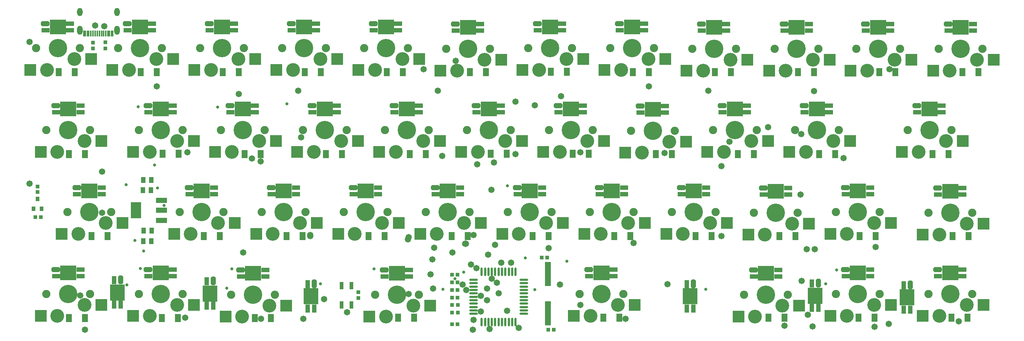
<source format=gbs>
G04*
G04 #@! TF.GenerationSoftware,Altium Limited,Altium Designer,23.0.1 (38)*
G04*
G04 Layer_Color=16711935*
%FSLAX44Y44*%
%MOMM*%
G71*
G04*
G04 #@! TF.SameCoordinates,415B9E50-699A-4425-B3A7-CA41C988AD1A*
G04*
G04*
G04 #@! TF.FilePolarity,Negative*
G04*
G01*
G75*
%ADD12R,3.4032X3.8032*%
%ADD13O,1.3016X2.1016*%
%ADD14O,1.3016X1.9016*%
%ADD15C,3.2032*%
%ADD16C,1.9050*%
%ADD17C,4.2672*%
%ADD18R,3.8032X3.4032*%
%ADD19C,0.7032*%
%ADD20C,1.4732*%
%ADD47R,0.9016X1.1016*%
%ADD48R,0.9652X0.9652*%
%ADD49R,0.9652X0.9652*%
%ADD50R,2.6016X1.2016*%
%ADD51R,2.4416X3.7016*%
%ADD52R,1.0922X1.4732*%
%ADD53R,1.4016X5.6016*%
%ADD54R,0.9032X1.7032*%
%ADD55R,1.3208X1.9050*%
%ADD56R,1.1032X1.9032*%
G04:AMPARAMS|DCode=57|XSize=2.0032mm|YSize=1.1032mm|CornerRadius=0mm|HoleSize=0mm|Usage=FLASHONLY|Rotation=270.000|XOffset=0mm|YOffset=0mm|HoleType=Round|Shape=Octagon|*
%AMOCTAGOND57*
4,1,8,-0.2758,-1.0016,0.2758,-1.0016,0.5516,-0.7258,0.5516,0.7258,0.2758,1.0016,-0.2758,1.0016,-0.5516,0.7258,-0.5516,-0.7258,-0.2758,-1.0016,0.0*
%
%ADD57OCTAGOND57*%

%ADD58O,1.9969X0.5425*%
%ADD59O,0.5425X1.9969*%
%ADD60R,0.4016X1.4016*%
%ADD61R,1.9032X1.1032*%
G04:AMPARAMS|DCode=62|XSize=2.0032mm|YSize=1.1032mm|CornerRadius=0mm|HoleSize=0mm|Usage=FLASHONLY|Rotation=0.000|XOffset=0mm|YOffset=0mm|HoleType=Round|Shape=Octagon|*
%AMOCTAGOND62*
4,1,8,1.0016,-0.2758,1.0016,0.2758,0.7258,0.5516,-0.7258,0.5516,-1.0016,0.2758,-1.0016,-0.2758,-0.7258,-0.5516,0.7258,-0.5516,1.0016,-0.2758,0.0*
%
%ADD62OCTAGOND62*%

%ADD63R,2.7532X2.7032*%
D12*
X980440Y447040D02*
D03*
X745529Y453390D02*
D03*
X530899Y455930D02*
D03*
X2364779Y444500D02*
D03*
X2151419Y448310D02*
D03*
X1860550Y447040D02*
D03*
D13*
X443088Y1065441D02*
D03*
X529590D02*
D03*
D14*
Y1107440D02*
D03*
X443088D02*
D03*
D15*
X2439670Y401320D02*
D03*
X2503170Y426720D02*
D03*
X2225040Y401320D02*
D03*
X2288540Y426720D02*
D03*
X2011680Y400050D02*
D03*
X2075180Y425450D02*
D03*
X1629410Y401320D02*
D03*
X1692910Y426720D02*
D03*
X1154430Y400050D02*
D03*
X1217930Y425450D02*
D03*
X820420Y400050D02*
D03*
X883920Y425450D02*
D03*
X2439670Y590550D02*
D03*
X2503170Y615950D02*
D03*
X2225040Y591820D02*
D03*
X2288540Y617220D02*
D03*
X605790Y401320D02*
D03*
X669290Y426720D02*
D03*
X391160Y401320D02*
D03*
X454660Y426720D02*
D03*
X440130Y591700D02*
D03*
X503630Y617100D02*
D03*
X2391410Y782320D02*
D03*
X2454910Y807720D02*
D03*
X2129790Y782320D02*
D03*
X2193290Y807720D02*
D03*
X1939290Y782320D02*
D03*
X2002790Y807720D02*
D03*
X1748790Y781050D02*
D03*
X1812290Y806450D02*
D03*
X1558290Y782320D02*
D03*
X1621790Y807720D02*
D03*
X1367790Y782320D02*
D03*
X1431290Y807720D02*
D03*
X1177290Y782320D02*
D03*
X1240790Y807720D02*
D03*
X986790Y782320D02*
D03*
X1050290Y807720D02*
D03*
X796290Y782320D02*
D03*
X859790Y807720D02*
D03*
X605790Y782320D02*
D03*
X669290Y807720D02*
D03*
X391160Y782320D02*
D03*
X454660Y807720D02*
D03*
X748030Y972820D02*
D03*
X811530Y998220D02*
D03*
X2463800Y971550D02*
D03*
X2527300Y996950D02*
D03*
X2272030Y971550D02*
D03*
X2335530Y996950D02*
D03*
X2082800Y971550D02*
D03*
X2146300Y996950D02*
D03*
X1891030Y971550D02*
D03*
X1954530Y996950D02*
D03*
X1700530Y972820D02*
D03*
X1764030Y998220D02*
D03*
X1510030Y972820D02*
D03*
X1573530Y998220D02*
D03*
X1319530Y971550D02*
D03*
X1383030Y996950D02*
D03*
X1129030Y972820D02*
D03*
X1192530Y998220D02*
D03*
X938530Y972820D02*
D03*
X1002030Y998220D02*
D03*
X2034540Y590550D02*
D03*
X2098040Y615950D02*
D03*
X1844040Y591820D02*
D03*
X1907540Y617220D02*
D03*
X1653540Y591820D02*
D03*
X1717040Y617220D02*
D03*
X1463040Y591820D02*
D03*
X1526540Y617220D02*
D03*
X1272540Y591820D02*
D03*
X1336040Y617220D02*
D03*
X1082040Y591820D02*
D03*
X1145540Y617220D02*
D03*
X891540Y591820D02*
D03*
X955040Y617220D02*
D03*
X701040Y591820D02*
D03*
X764540Y617220D02*
D03*
X557530Y972820D02*
D03*
X621030Y998220D02*
D03*
X367030Y972820D02*
D03*
X430530Y998220D02*
D03*
D16*
X2414270Y452120D02*
D03*
X2515870D02*
D03*
X2199640D02*
D03*
X2301240D02*
D03*
X1986280Y450850D02*
D03*
X2087880D02*
D03*
X1604010Y452120D02*
D03*
X1705610D02*
D03*
X1129030Y450850D02*
D03*
X1230630D02*
D03*
X795020D02*
D03*
X896620D02*
D03*
X2414270Y641350D02*
D03*
X2515870D02*
D03*
X2199640Y642620D02*
D03*
X2301240D02*
D03*
X580390Y452120D02*
D03*
X681990D02*
D03*
X365760D02*
D03*
X467360D02*
D03*
X414730Y642500D02*
D03*
X516330D02*
D03*
X2366010Y833120D02*
D03*
X2467610D02*
D03*
X2104390D02*
D03*
X2205990D02*
D03*
X1913890D02*
D03*
X2015490D02*
D03*
X1723390Y831850D02*
D03*
X1824990D02*
D03*
X1532890Y833120D02*
D03*
X1634490D02*
D03*
X1342390D02*
D03*
X1443990D02*
D03*
X1151890D02*
D03*
X1253490D02*
D03*
X961390D02*
D03*
X1062990D02*
D03*
X770890D02*
D03*
X872490D02*
D03*
X580390D02*
D03*
X681990D02*
D03*
X365760D02*
D03*
X467360D02*
D03*
X722630Y1023620D02*
D03*
X824230D02*
D03*
X2438400Y1022350D02*
D03*
X2540000D02*
D03*
X2246630D02*
D03*
X2348230D02*
D03*
X2057400D02*
D03*
X2159000D02*
D03*
X1865630D02*
D03*
X1967230D02*
D03*
X1675130Y1023620D02*
D03*
X1776730D02*
D03*
X1484630D02*
D03*
X1586230D02*
D03*
X1294130Y1022350D02*
D03*
X1395730D02*
D03*
X1103630Y1023620D02*
D03*
X1205230D02*
D03*
X913130D02*
D03*
X1014730D02*
D03*
X2009140Y641350D02*
D03*
X2110740D02*
D03*
X1818640Y642620D02*
D03*
X1920240D02*
D03*
X1628140D02*
D03*
X1729740D02*
D03*
X1437640D02*
D03*
X1539240D02*
D03*
X1247140D02*
D03*
X1348740D02*
D03*
X1056640D02*
D03*
X1158240D02*
D03*
X866140D02*
D03*
X967740D02*
D03*
X675640D02*
D03*
X777240D02*
D03*
X532130Y1023620D02*
D03*
X633730D02*
D03*
X341630D02*
D03*
X443230D02*
D03*
D17*
X2465070Y452120D02*
D03*
X2250440D02*
D03*
X2037080Y450850D02*
D03*
X1654810Y452120D02*
D03*
X1179830Y450850D02*
D03*
X845820D02*
D03*
X2465070Y641350D02*
D03*
X2250440Y642620D02*
D03*
X631190Y452120D02*
D03*
X416560D02*
D03*
X465530Y642500D02*
D03*
X2416810Y833120D02*
D03*
X2155190D02*
D03*
X1964690D02*
D03*
X1774190Y831850D02*
D03*
X1583690Y833120D02*
D03*
X1393190D02*
D03*
X1202690D02*
D03*
X1012190D02*
D03*
X821690D02*
D03*
X631190D02*
D03*
X416560D02*
D03*
X773430Y1023620D02*
D03*
X2489200Y1022350D02*
D03*
X2297430D02*
D03*
X2108200D02*
D03*
X1916430D02*
D03*
X1725930Y1023620D02*
D03*
X1535430D02*
D03*
X1344930Y1022350D02*
D03*
X1154430Y1023620D02*
D03*
X963930D02*
D03*
X2059940Y641350D02*
D03*
X1869440Y642620D02*
D03*
X1678940D02*
D03*
X1488440D02*
D03*
X1297940D02*
D03*
X1107440D02*
D03*
X916940D02*
D03*
X726440D02*
D03*
X582930Y1023620D02*
D03*
X392430D02*
D03*
D18*
X2465070Y501650D02*
D03*
X2250440D02*
D03*
X2037080Y500380D02*
D03*
X1654810Y501650D02*
D03*
X1179830Y500380D02*
D03*
X845820D02*
D03*
X2465070Y690880D02*
D03*
X2250440Y692150D02*
D03*
X631190Y501650D02*
D03*
X416560D02*
D03*
X465530Y692030D02*
D03*
X2416810Y882650D02*
D03*
X2155190D02*
D03*
X1964690D02*
D03*
X1774190Y881380D02*
D03*
X1583690Y882650D02*
D03*
X1393190D02*
D03*
X1202690D02*
D03*
X1012190D02*
D03*
X821690D02*
D03*
X631190D02*
D03*
X416560D02*
D03*
X773430Y1073150D02*
D03*
X2489200Y1071880D02*
D03*
X2297430D02*
D03*
X2108200D02*
D03*
X1916430D02*
D03*
X1725930Y1073150D02*
D03*
X1535430D02*
D03*
X1344930Y1071880D02*
D03*
X1154430Y1073150D02*
D03*
X963930D02*
D03*
X2059940Y690880D02*
D03*
X1869440Y692150D02*
D03*
X1678940D02*
D03*
X1488440D02*
D03*
X1297940D02*
D03*
X1107440D02*
D03*
X916940D02*
D03*
X726440D02*
D03*
X582930Y1073150D02*
D03*
X392430D02*
D03*
D19*
X924560Y894080D02*
D03*
X2175510Y476250D02*
D03*
X2200910Y508000D02*
D03*
X1897380Y463550D02*
D03*
X1574800Y528320D02*
D03*
X1436370Y703580D02*
D03*
X1499870Y462280D02*
D03*
X1478280Y535940D02*
D03*
X763270Y886460D02*
D03*
X436530Y699530D02*
D03*
X387560Y890150D02*
D03*
X579120Y887730D02*
D03*
X551180Y706120D02*
D03*
X617220Y751840D02*
D03*
X638810Y657860D02*
D03*
X623570Y698500D02*
D03*
X571500Y576580D02*
D03*
X552450Y473710D02*
D03*
X584200Y511810D02*
D03*
X591820Y552450D02*
D03*
X784860Y466090D02*
D03*
X796290Y510540D02*
D03*
X1002030Y476250D02*
D03*
X1126490Y510540D02*
D03*
X1286510Y463550D02*
D03*
X1314450Y487680D02*
D03*
X1334770Y502920D02*
D03*
D20*
X1064260Y410210D02*
D03*
X1010920Y440690D02*
D03*
X1308608Y548386D02*
D03*
X1257808Y497586D02*
D03*
X1444752Y525272D02*
D03*
X1807972Y475488D02*
D03*
X326390Y708508D02*
D03*
Y1038472D02*
D03*
X1316482Y993902D02*
D03*
X1242060Y974852D02*
D03*
X2041906Y839978D02*
D03*
X1951990Y806450D02*
D03*
X1264158Y464566D02*
D03*
X687832Y397510D02*
D03*
X1422146Y525272D02*
D03*
X1407922Y566865D02*
D03*
X864616Y394462D02*
D03*
X822960Y548640D02*
D03*
X863092Y760222D02*
D03*
X843026Y767334D02*
D03*
X812292Y917448D02*
D03*
X962152Y394716D02*
D03*
X978662Y586740D02*
D03*
Y589788D02*
D03*
X950468Y925068D02*
D03*
X1275080D02*
D03*
X1454912Y776986D02*
D03*
Y899160D02*
D03*
X1339881Y569468D02*
D03*
X1340850Y461518D02*
D03*
X1389126Y465328D02*
D03*
X1558544Y473964D02*
D03*
X1606042Y426466D02*
D03*
X1902968Y925068D02*
D03*
X2150110Y556514D02*
D03*
X2131822D02*
D03*
X2145030Y376936D02*
D03*
X1399794Y487680D02*
D03*
X2289302Y375666D02*
D03*
X2291842Y561594D02*
D03*
X2323846Y974598D02*
D03*
X2484374Y388620D02*
D03*
X1416558Y453644D02*
D03*
X2117090Y683380D02*
D03*
X2120138Y483108D02*
D03*
X2119122Y823976D02*
D03*
X2133854Y404114D02*
D03*
X1389250Y437896D02*
D03*
X1463040Y373634D02*
D03*
X1435608Y413258D02*
D03*
X478838Y1075896D02*
D03*
X2079752Y378968D02*
D03*
X1411883Y478837D02*
D03*
X1352042Y520446D02*
D03*
X455422Y369316D02*
D03*
X1374394Y448310D02*
D03*
X1391666Y543560D02*
D03*
X1394714Y370586D02*
D03*
X1500124Y890778D02*
D03*
X1374648Y411480D02*
D03*
X499872Y1074420D02*
D03*
X1405382Y758190D02*
D03*
X1358138Y391922D02*
D03*
X1399286Y694690D02*
D03*
X1364742Y512064D02*
D03*
X1358138Y589026D02*
D03*
X1356106Y369316D02*
D03*
X1266190Y559816D02*
D03*
X1262126Y532384D02*
D03*
X1338072Y569468D02*
D03*
X1366520Y753618D02*
D03*
X1207516Y451866D02*
D03*
X1205484Y579374D02*
D03*
X1532382Y559054D02*
D03*
X1561084Y912368D02*
D03*
X494792Y640842D02*
D03*
X444246Y449072D02*
D03*
X494792Y736600D02*
D03*
X1605534Y781558D02*
D03*
X1285240Y773430D02*
D03*
X1801876Y780288D02*
D03*
X1207516Y584454D02*
D03*
X1332230Y474218D02*
D03*
X1933194Y749300D02*
D03*
Y586740D02*
D03*
X1764792Y934720D02*
D03*
X957072Y816610D02*
D03*
X1729232Y570484D02*
D03*
X1710944Y394462D02*
D03*
X2216912Y768096D02*
D03*
X2148332Y924052D02*
D03*
X692912Y781812D02*
D03*
X621792Y934974D02*
D03*
X2322576Y383032D02*
D03*
D47*
X335940Y650170D02*
D03*
X345439Y673170D02*
D03*
X354940Y650170D02*
D03*
D48*
X345439Y689459D02*
D03*
Y702459D02*
D03*
X1089937Y456230D02*
D03*
Y443230D02*
D03*
X473710Y1036828D02*
D03*
X473726Y1022985D02*
D03*
X502920Y1023112D02*
D03*
X502904Y1036955D02*
D03*
D49*
X340209Y631084D02*
D03*
X353209D02*
D03*
X1529080Y537210D02*
D03*
X1516080D02*
D03*
X1531471Y369569D02*
D03*
X1544471D02*
D03*
X1320949Y461664D02*
D03*
X1307949D02*
D03*
X1320949Y444090D02*
D03*
X1307949D02*
D03*
X1321100Y426515D02*
D03*
X1308100D02*
D03*
X1320949Y382271D02*
D03*
X1307949D02*
D03*
X1321100Y408940D02*
D03*
X1308100D02*
D03*
X1320949Y496813D02*
D03*
X1307949D02*
D03*
X1320949Y479239D02*
D03*
X1307949D02*
D03*
D50*
X632950Y669692D02*
D03*
Y646693D02*
D03*
Y623693D02*
D03*
D51*
X573550Y646693D02*
D03*
D52*
X590550Y575310D02*
D03*
X609550D02*
D03*
X591209Y599441D02*
D03*
X610209D02*
D03*
X609550Y717550D02*
D03*
X590550D02*
D03*
X608941Y693419D02*
D03*
X589941D02*
D03*
D53*
X1530350Y498695D02*
D03*
Y407636D02*
D03*
D54*
X1074240Y427080D02*
D03*
Y472080D02*
D03*
X1051740Y427080D02*
D03*
Y472080D02*
D03*
D55*
X1873758Y586740D02*
D03*
X1910842D02*
D03*
X1684528D02*
D03*
X1721612D02*
D03*
X1495298D02*
D03*
X1532382D02*
D03*
X2470658D02*
D03*
X2507742D02*
D03*
X2042668Y397510D02*
D03*
X2079752D02*
D03*
X1659128D02*
D03*
X1696212D02*
D03*
X1182878D02*
D03*
X1219962D02*
D03*
X850138Y396240D02*
D03*
X887222D02*
D03*
X634238D02*
D03*
X671322D02*
D03*
X2468118Y397510D02*
D03*
X2505202D02*
D03*
X418338Y396240D02*
D03*
X455422D02*
D03*
X2252218Y397510D02*
D03*
X2289302D02*
D03*
X923798Y586740D02*
D03*
X960882D02*
D03*
X1114298D02*
D03*
X1151382D02*
D03*
X731266D02*
D03*
X768350D02*
D03*
X470408D02*
D03*
X507492D02*
D03*
X2254758D02*
D03*
X2291842D02*
D03*
X2068068D02*
D03*
X2105152D02*
D03*
X1307338D02*
D03*
X1344422D02*
D03*
X1588008Y778510D02*
D03*
X1625092D02*
D03*
X1209548Y777240D02*
D03*
X1246632D02*
D03*
X1015238D02*
D03*
X1052322D02*
D03*
X826008D02*
D03*
X863092D02*
D03*
X635508Y778510D02*
D03*
X672592D02*
D03*
X418338Y777240D02*
D03*
X455422D02*
D03*
X2423668D02*
D03*
X2460752D02*
D03*
X2160778D02*
D03*
X2197862D02*
D03*
X1971548D02*
D03*
X2008632D02*
D03*
X1397508Y778510D02*
D03*
X1434592D02*
D03*
X1781048Y777240D02*
D03*
X1818132D02*
D03*
X1918208Y967740D02*
D03*
X1955292D02*
D03*
X2111248D02*
D03*
X2148332D02*
D03*
X2300478D02*
D03*
X2337562D02*
D03*
X2493518D02*
D03*
X2530602D02*
D03*
X775208D02*
D03*
X812292D02*
D03*
X1727708D02*
D03*
X1764792D02*
D03*
X584708D02*
D03*
X621792D02*
D03*
X1537208Y969010D02*
D03*
X1574292D02*
D03*
X1156208Y967740D02*
D03*
X1193292D02*
D03*
X1349248D02*
D03*
X1386332D02*
D03*
X965708D02*
D03*
X1002792D02*
D03*
X394208D02*
D03*
X431292D02*
D03*
D56*
X987940Y418540D02*
D03*
X972940D02*
D03*
Y475540D02*
D03*
X753029Y424890D02*
D03*
X738028D02*
D03*
Y481890D02*
D03*
X538399Y427430D02*
D03*
X523399D02*
D03*
Y484430D02*
D03*
X2372279Y416000D02*
D03*
X2357278D02*
D03*
Y473000D02*
D03*
X2158919Y419810D02*
D03*
X2143918D02*
D03*
Y476810D02*
D03*
X1868050Y418540D02*
D03*
X1853050D02*
D03*
Y475540D02*
D03*
D57*
X987940Y476040D02*
D03*
X753029Y482390D02*
D03*
X538399Y484930D02*
D03*
X2372279Y473500D02*
D03*
X2158919Y477310D02*
D03*
X1868050Y476040D02*
D03*
D58*
X1474564Y422148D02*
D03*
X1357536Y430022D02*
D03*
X1474564Y477266D02*
D03*
Y414274D02*
D03*
X1357536Y406400D02*
D03*
Y453644D02*
D03*
Y461518D02*
D03*
Y469392D02*
D03*
Y477266D02*
D03*
Y485140D02*
D03*
X1474564Y430022D02*
D03*
Y437896D02*
D03*
Y445770D02*
D03*
Y453644D02*
D03*
Y461518D02*
D03*
Y469392D02*
D03*
X1357536Y414274D02*
D03*
Y422148D02*
D03*
X1474564Y485140D02*
D03*
Y406400D02*
D03*
X1357536Y445770D02*
D03*
Y437896D02*
D03*
D59*
X1431798Y387256D02*
D03*
X1439672D02*
D03*
Y504284D02*
D03*
X1423924Y387256D02*
D03*
X1376680Y504284D02*
D03*
X1400302Y387256D02*
D03*
X1392428D02*
D03*
X1384554D02*
D03*
X1376680D02*
D03*
X1416050Y504284D02*
D03*
X1423924D02*
D03*
X1431798D02*
D03*
X1392428D02*
D03*
X1400302D02*
D03*
X1408176D02*
D03*
X1447546D02*
D03*
X1455420D02*
D03*
Y387256D02*
D03*
X1416050D02*
D03*
X1447546D02*
D03*
X1408176D02*
D03*
X1384554Y504284D02*
D03*
D60*
X483839Y1057758D02*
D03*
X493839D02*
D03*
X488838D02*
D03*
X478838D02*
D03*
X452839D02*
D03*
X519839D02*
D03*
X516839D02*
D03*
X455839D02*
D03*
X473839D02*
D03*
X503839D02*
D03*
X460840D02*
D03*
X511841D02*
D03*
X508838D02*
D03*
X463840D02*
D03*
X468838D02*
D03*
X498836D02*
D03*
D61*
X388060Y875150D02*
D03*
X2517700Y1079380D02*
D03*
X2445310Y890150D02*
D03*
X437030Y684530D02*
D03*
X1459940Y684650D02*
D03*
X1326440Y699650D02*
D03*
X2436570Y683380D02*
D03*
X2278940Y699650D02*
D03*
X388060Y494150D02*
D03*
X2493570Y698380D02*
D03*
X2221940Y494150D02*
D03*
X2065580Y507880D02*
D03*
X2493570Y509150D02*
D03*
X363930Y1065650D02*
D03*
X2088440Y698380D02*
D03*
X2221940Y684650D02*
D03*
X2031440Y683380D02*
D03*
X1897940Y699650D02*
D03*
X659690Y890150D02*
D03*
X793190Y875150D02*
D03*
X602690D02*
D03*
X445060Y890150D02*
D03*
X874320Y507880D02*
D03*
X1151330Y492880D02*
D03*
X817320D02*
D03*
X659690Y509150D02*
D03*
X1516940Y699650D02*
D03*
X1650440Y684650D02*
D03*
X1135940Y699650D02*
D03*
X1269440Y684650D02*
D03*
X1078940D02*
D03*
X945440Y699650D02*
D03*
X445060Y509150D02*
D03*
X602690Y494150D02*
D03*
X1040690Y890150D02*
D03*
X1174190Y875150D02*
D03*
X983690D02*
D03*
X850190Y890150D02*
D03*
X2278940Y509150D02*
D03*
X2436570Y494150D02*
D03*
X992430Y1080650D02*
D03*
X1125930Y1065650D02*
D03*
X935430D02*
D03*
X801930Y1080650D02*
D03*
X2388310Y875150D02*
D03*
X2183690Y890150D02*
D03*
X420930Y1080650D02*
D03*
X554430Y1065650D02*
D03*
X1231190Y890150D02*
D03*
X1364690Y875150D02*
D03*
X1421690Y890150D02*
D03*
X1555190Y875150D02*
D03*
X1612190Y890150D02*
D03*
X1745690Y873880D02*
D03*
X1944930Y1079380D02*
D03*
X2079700Y1064380D02*
D03*
X1887930D02*
D03*
X1754430Y1080650D02*
D03*
X1802690Y888880D02*
D03*
X1936190Y875150D02*
D03*
X1993190Y890150D02*
D03*
X2126690Y875150D02*
D03*
X2008580Y492880D02*
D03*
X1683310Y509150D02*
D03*
X1840940Y684650D02*
D03*
X1707440Y699650D02*
D03*
X2136700Y1079380D02*
D03*
X2268930Y1064380D02*
D03*
X2325930Y1079380D02*
D03*
X2460700Y1064380D02*
D03*
X611430Y1080650D02*
D03*
X744930Y1065650D02*
D03*
X1182930Y1080650D02*
D03*
X1316430Y1064380D02*
D03*
X494030Y699530D02*
D03*
X697940Y684650D02*
D03*
X1208330Y507880D02*
D03*
X1626310Y494150D02*
D03*
X1373430Y1079380D02*
D03*
X1506930Y1065650D02*
D03*
X1697430D02*
D03*
X1563930Y1080650D02*
D03*
X888440Y684650D02*
D03*
X754940Y699650D02*
D03*
X2088440Y683380D02*
D03*
X659690Y875150D02*
D03*
X874320Y492880D02*
D03*
X1516940Y684650D02*
D03*
X1135940D02*
D03*
X445060Y875150D02*
D03*
Y494150D02*
D03*
X1040690Y875150D02*
D03*
X2278940Y494150D02*
D03*
X992430Y1065650D02*
D03*
X2445310Y875150D02*
D03*
X420930Y1065650D02*
D03*
X1231190Y875150D02*
D03*
X1421690D02*
D03*
X1612190D02*
D03*
X1944930Y1064380D02*
D03*
X1802690Y873880D02*
D03*
X1993190Y875150D02*
D03*
X2183690D02*
D03*
X2065580Y492880D02*
D03*
X1897940Y684650D02*
D03*
X1707440D02*
D03*
X2136700Y1064380D02*
D03*
X2325930D02*
D03*
X611430Y1065650D02*
D03*
X1182930D02*
D03*
X2493570Y494150D02*
D03*
X850190Y875150D02*
D03*
X494030Y684530D02*
D03*
X2493570Y683380D02*
D03*
X1208330Y492880D02*
D03*
X1683310Y494150D02*
D03*
X1373430Y1064380D02*
D03*
X1754430Y1065650D02*
D03*
X2278940Y684650D02*
D03*
X1326440D02*
D03*
X801930Y1065650D02*
D03*
X659690Y494150D02*
D03*
X945440Y684650D02*
D03*
X1563930Y1065650D02*
D03*
X754940Y684650D02*
D03*
X2517700Y1064380D02*
D03*
D62*
X2030940Y698380D02*
D03*
X602190Y890150D02*
D03*
X816820Y507880D02*
D03*
X1459440Y699650D02*
D03*
X1078440D02*
D03*
X387560Y890150D02*
D03*
Y509150D02*
D03*
X983190Y890150D02*
D03*
X2221440Y509150D02*
D03*
X934930Y1080650D02*
D03*
X2387810Y890150D02*
D03*
X363430Y1080650D02*
D03*
X1173690Y890150D02*
D03*
X1364190D02*
D03*
X1554690D02*
D03*
X1887430Y1079380D02*
D03*
X1745190Y888880D02*
D03*
X1935690Y890150D02*
D03*
X2126190D02*
D03*
X2008080Y507880D02*
D03*
X1840440Y699650D02*
D03*
X1649940D02*
D03*
X2079200Y1079380D02*
D03*
X2268430D02*
D03*
X553930Y1080650D02*
D03*
X1125430D02*
D03*
X2436070Y509150D02*
D03*
X792690Y890150D02*
D03*
X436530Y699530D02*
D03*
X2436070Y698380D02*
D03*
X1150830Y507880D02*
D03*
X1625810Y509150D02*
D03*
X1315930Y1079380D02*
D03*
X1696930Y1080650D02*
D03*
X2221440Y699650D02*
D03*
X1268940D02*
D03*
X744430Y1080650D02*
D03*
X602190Y509150D02*
D03*
X887940Y699650D02*
D03*
X1506430Y1080650D02*
D03*
X697440Y699650D02*
D03*
X2460200Y1079380D02*
D03*
D63*
X1040930Y998220D02*
D03*
X469430D02*
D03*
X1993430Y996950D02*
D03*
X2185200D02*
D03*
X2374430D02*
D03*
X659930Y998220D02*
D03*
X1231430D02*
D03*
X1421930Y996950D02*
D03*
X1802930Y998220D02*
D03*
X850430D02*
D03*
X1612430D02*
D03*
X2566200Y996950D02*
D03*
X708190Y807720D02*
D03*
X493560D02*
D03*
X1089190D02*
D03*
X2493810D02*
D03*
X1279690D02*
D03*
X1470190D02*
D03*
X1660690D02*
D03*
X1851190Y806450D02*
D03*
X2041690Y807720D02*
D03*
X2232190D02*
D03*
X898690D02*
D03*
X2136940Y615950D02*
D03*
X1565440Y617220D02*
D03*
X1184440D02*
D03*
X1946440D02*
D03*
X1755940D02*
D03*
X542530Y617100D02*
D03*
X2542070Y615950D02*
D03*
X2327440Y617220D02*
D03*
X1374940D02*
D03*
X993940D02*
D03*
X803440D02*
D03*
X922820Y425450D02*
D03*
X493560Y426720D02*
D03*
X2327440D02*
D03*
X2114080Y425450D02*
D03*
X2542070Y426720D02*
D03*
X1256830Y425450D02*
D03*
X1731810Y426720D02*
D03*
X708190D02*
D03*
X1995940Y590550D02*
D03*
X567190Y782320D02*
D03*
X781820Y400050D02*
D03*
X1424440Y591820D02*
D03*
X1043440D02*
D03*
X352560Y782320D02*
D03*
Y401320D02*
D03*
X328430Y972820D02*
D03*
X518930D02*
D03*
X709430D02*
D03*
X899930D02*
D03*
X1090430D02*
D03*
X1280930Y971550D02*
D03*
X1471430Y972820D02*
D03*
X1661930D02*
D03*
X1852430Y971550D02*
D03*
X2044200D02*
D03*
X2233430D02*
D03*
X2425200D02*
D03*
X757690Y782320D02*
D03*
X948190D02*
D03*
X1138690D02*
D03*
X1329190D02*
D03*
X1519690D02*
D03*
X1710190Y781050D02*
D03*
X1900690Y782320D02*
D03*
X2091190D02*
D03*
X2352810D02*
D03*
X401530Y591700D02*
D03*
X662440Y591820D02*
D03*
X852940D02*
D03*
X1233940D02*
D03*
X1614940D02*
D03*
X1805440D02*
D03*
X2186440D02*
D03*
X2401070Y590550D02*
D03*
X567190Y401320D02*
D03*
X1115830Y400050D02*
D03*
X1590810Y401320D02*
D03*
X1973080Y400050D02*
D03*
X2186440Y401320D02*
D03*
X2401070D02*
D03*
M02*

</source>
